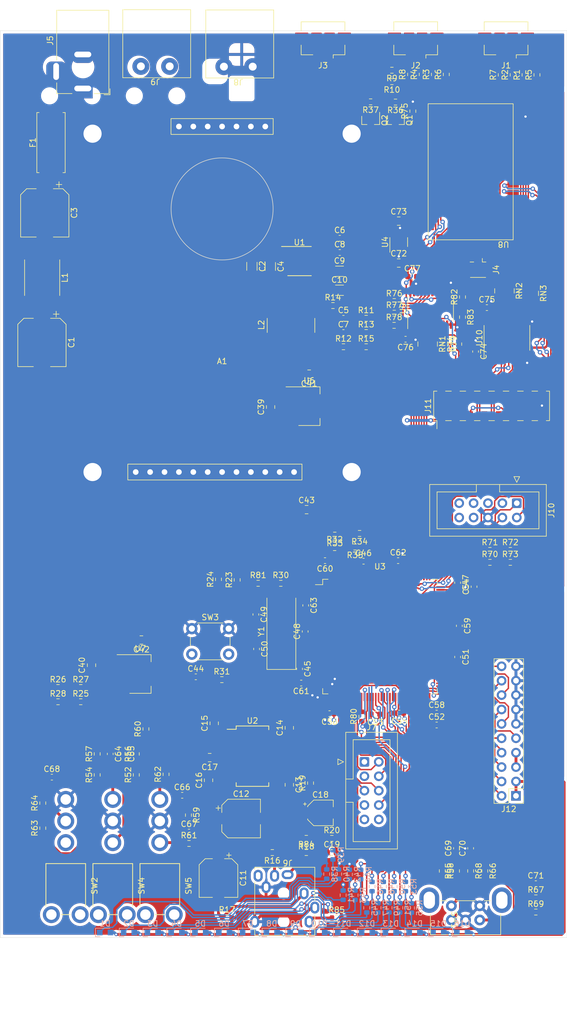
<source format=kicad_pcb>
(kicad_pcb (version 20210228) (generator pcbnew)

  (general
    (thickness 1.6)
  )

  (paper "A4")
  (layers
    (0 "F.Cu" signal)
    (31 "B.Cu" signal)
    (32 "B.Adhes" user "B.Adhesive")
    (33 "F.Adhes" user "F.Adhesive")
    (34 "B.Paste" user)
    (35 "F.Paste" user)
    (36 "B.SilkS" user "B.Silkscreen")
    (37 "F.SilkS" user "F.Silkscreen")
    (38 "B.Mask" user)
    (39 "F.Mask" user)
    (40 "Dwgs.User" user "User.Drawings")
    (41 "Cmts.User" user "User.Comments")
    (42 "Eco1.User" user "User.Eco1")
    (43 "Eco2.User" user "User.Eco2")
    (44 "Edge.Cuts" user)
    (45 "Margin" user)
    (46 "B.CrtYd" user "B.Courtyard")
    (47 "F.CrtYd" user "F.Courtyard")
    (48 "B.Fab" user)
    (49 "F.Fab" user)
  )

  (setup
    (stackup
      (layer "F.SilkS" (type "Top Silk Screen"))
      (layer "F.Paste" (type "Top Solder Paste"))
      (layer "F.Mask" (type "Top Solder Mask") (color "Green") (thickness 0.01))
      (layer "F.Cu" (type "copper") (thickness 0.035))
      (layer "dielectric 1" (type "core") (thickness 1.51) (material "FR4") (epsilon_r 4.5) (loss_tangent 0.02))
      (layer "B.Cu" (type "copper") (thickness 0.035))
      (layer "B.Mask" (type "Bottom Solder Mask") (color "Green") (thickness 0.01))
      (layer "B.Paste" (type "Bottom Solder Paste"))
      (layer "B.SilkS" (type "Bottom Silk Screen"))
      (copper_finish "None")
      (dielectric_constraints no)
    )
    (pad_to_mask_clearance 0)
    (pcbplotparams
      (layerselection 0x00010fc_ffffffff)
      (disableapertmacros false)
      (usegerberextensions false)
      (usegerberattributes true)
      (usegerberadvancedattributes true)
      (creategerberjobfile true)
      (svguseinch false)
      (svgprecision 6)
      (excludeedgelayer true)
      (plotframeref false)
      (viasonmask false)
      (mode 1)
      (useauxorigin false)
      (hpglpennumber 1)
      (hpglpenspeed 20)
      (hpglpendiameter 15.000000)
      (dxfpolygonmode true)
      (dxfimperialunits true)
      (dxfusepcbnewfont true)
      (psnegative false)
      (psa4output false)
      (plotreference true)
      (plotvalue true)
      (plotinvisibletext false)
      (sketchpadsonfab false)
      (subtractmaskfromsilk false)
      (outputformat 1)
      (mirror false)
      (drillshape 1)
      (scaleselection 1)
      (outputdirectory "")
    )
  )


  (net 0 "")
  (net 1 "/Power Supply/19V_ANALOG")
  (net 2 "/Processor/~RST")
  (net 3 "/Processor/GPIO_I2S_WS")
  (net 4 "/Processor/SWCLK")
  (net 5 "/Front/MIC2")
  (net 6 "/Front/MIC1")
  (net 7 "+5V")
  (net 8 "/Processor/GPIO_I2S_SDO")
  (net 9 "/Processor/SWDIO")
  (net 10 "/Front/BT2")
  (net 11 "/Front/BT1")
  (net 12 "GND")
  (net 13 "Net-(R58-Pad2)")
  (net 14 "Net-(R59-Pad2)")
  (net 15 "/Front/PWR")
  (net 16 "Net-(D1-Pad1)")
  (net 17 "Net-(C1-Pad1)")
  (net 18 "/Front/ENC_SW")
  (net 19 "Net-(C5-Pad1)")
  (net 20 "Net-(C6-Pad1)")
  (net 21 "Net-(C7-Pad1)")
  (net 22 "Net-(C7-Pad2)")
  (net 23 "Net-(C8-Pad1)")
  (net 24 "+3.3VA")
  (net 25 "Net-(C11-Pad1)")
  (net 26 "Net-(C11-Pad2)")
  (net 27 "Net-(C12-Pad1)")
  (net 28 "Net-(C12-Pad2)")
  (net 29 "Net-(C13-Pad1)")
  (net 30 "Net-(C18-Pad1)")
  (net 31 "Net-(C18-Pad2)")
  (net 32 "Net-(F1-Pad2)")
  (net 33 "Net-(J1-Pad1)")
  (net 34 "Net-(J1-Pad2)")
  (net 35 "Net-(J1-Pad3)")
  (net 36 "/Processor/GPIO_I2S_SDI")
  (net 37 "Net-(J2-Pad1)")
  (net 38 "Net-(J2-Pad2)")
  (net 39 "Net-(J2-Pad3)")
  (net 40 "/Processor/GPIO_I2S_CK")
  (net 41 "/Front/ENC_A")
  (net 42 "Net-(J3-Pad2)")
  (net 43 "Net-(J3-Pad3)")
  (net 44 "/Front/ENC_B")
  (net 45 "unconnected-(J1-Pad4)")
  (net 46 "/Processor/USB1_DETECT")
  (net 47 "/Processor/USB1_DM")
  (net 48 "/Processor/USB2_DETECT")
  (net 49 "/Processor/USB2_DM")
  (net 50 "/Processor/USB1_DP")
  (net 51 "/Processor/USB2_DP")
  (net 52 "/Bluetooth/USB3_DM")
  (net 53 "/Bluetooth/USB3_DP")
  (net 54 "Net-(R11-Pad1)")
  (net 55 "Net-(R13-Pad1)")
  (net 56 "Net-(R18-Pad2)")
  (net 57 "Net-(R19-Pad2)")
  (net 58 "unconnected-(J2-Pad4)")
  (net 59 "Net-(D2-Pad1)")
  (net 60 "unconnected-(J3-Pad1)")
  (net 61 "/Processor/GPIO_I2S_MCK")
  (net 62 "Net-(J4-Pad1)")
  (net 63 "Net-(R79-Pad1)")
  (net 64 "unconnected-(J3-Pad4)")
  (net 65 "Net-(R25-Pad2)")
  (net 66 "/Processor/GPIO_SPI_MISO")
  (net 67 "/Processor/EXT_READY")
  (net 68 "/Processor/GPIO_SPI_SCK")
  (net 69 "/Processor/GPIO_SPI_~SS")
  (net 70 "unconnected-(J5-Pad3)")
  (net 71 "Net-(R26-Pad2)")
  (net 72 "Net-(D3-Pad1)")
  (net 73 "/Processor/AMP_READY")
  (net 74 "+3V3")
  (net 75 "/Headphone Amplifier/HP_DETECT")
  (net 76 "/Front/FRONT_MOSI")
  (net 77 "/Front/FRONT_RCLK")
  (net 78 "Net-(C49-Pad2)")
  (net 79 "Net-(C50-Pad2)")
  (net 80 "/Bluetooth/SCL_1V8")
  (net 81 "/Front/FRONT_~RST")
  (net 82 "/Front/FRONT_SCLK")
  (net 83 "unconnected-(J7-Pad7)")
  (net 84 "/Front/IR")
  (net 85 "unconnected-(J7-Pad9)")
  (net 86 "unconnected-(J7-Pad10)")
  (net 87 "unconnected-(J10-Pad3)")
  (net 88 "unconnected-(J10-Pad5)")
  (net 89 "unconnected-(J10-Pad7)")
  (net 90 "unconnected-(J10-Pad8)")
  (net 91 "Net-(R27-Pad2)")
  (net 92 "Net-(R28-Pad2)")
  (net 93 "unconnected-(J10-Pad9)")
  (net 94 "unconnected-(J10-Pad10)")
  (net 95 "/Bluetooth/SDO")
  (net 96 "/Bluetooth/SDI")
  (net 97 "/Bluetooth/CK")
  (net 98 "/Bluetooth/WS")
  (net 99 "/Bluetooth/SPI{slash}~PCM")
  (net 100 "/Bluetooth/MFB")
  (net 101 "/Bluetooth/SCL")
  (net 102 "/Bluetooth/SDA")
  (net 103 "/Processor/~SPK_FAULT")
  (net 104 "/Headphone Amplifier/SCL")
  (net 105 "/Headphone Amplifier/SDA")
  (net 106 "Net-(C52-Pad1)")
  (net 107 "/Headphone Amplifier/CK")
  (net 108 "/Headphone Amplifier/WS")
  (net 109 "/Headphone Amplifier/SDO")
  (net 110 "/Front/VOL0")
  (net 111 "/Front/VOL1")
  (net 112 "/Front/VOL2")
  (net 113 "/Front/VOL3")
  (net 114 "/Front/VOL4")
  (net 115 "/Front/VOL5")
  (net 116 "/Front/VOL6")
  (net 117 "/Front/VOL7")
  (net 118 "/Bluetooth/SDA_1V8")
  (net 119 "Net-(C54-Pad1)")
  (net 120 "/Front/VOL8")
  (net 121 "/Front/VOL9")
  (net 122 "/Front/VOL10")
  (net 123 "/Front/VOL11")
  (net 124 "/Front/VOL12")
  (net 125 "/Front/VOL13")
  (net 126 "/Front/VOL14")
  (net 127 "/Front/VOL15")
  (net 128 "/Bluetooth/P18")
  (net 129 "/Bluetooth/P21")
  (net 130 "/Bluetooth/P31")
  (net 131 "/Bluetooth/P8")
  (net 132 "/Bluetooth/P9")
  (net 133 "/Bluetooth/P29")
  (net 134 "/Bluetooth/P30")
  (net 135 "Net-(J11-Pad8)")
  (net 136 "Net-(J11-Pad10)")
  (net 137 "/Headphone Amplifier/SDI")
  (net 138 "/Bluetooth/MFB_")
  (net 139 "Net-(J11-Pad6)")
  (net 140 "Net-(R52-Pad2)")
  (net 141 "Net-(D4-Pad1)")
  (net 142 "Net-(R54-Pad2)")
  (net 143 "Net-(J11-Pad12)")
  (net 144 "Net-(J11-Pad14)")
  (net 145 "unconnected-(SW2-Pad1)")
  (net 146 "unconnected-(U2-Pad2)")
  (net 147 "/Headphone Amplifier/MCLK")
  (net 148 "unconnected-(U2-Pad12)")
  (net 149 "unconnected-(U2-Pad13)")
  (net 150 "unconnected-(U2-Pad19)")
  (net 151 "unconnected-(U2-Pad20)")
  (net 152 "/Processor/GPIO_SPI_MOSI")
  (net 153 "unconnected-(U2-Pad26)")
  (net 154 "unconnected-(U3-Pad8)")
  (net 155 "unconnected-(U3-Pad9)")
  (net 156 "unconnected-(U3-Pad19)")
  (net 157 "/Bluetooth/3V3_BT")
  (net 158 "unconnected-(U3-Pad20)")
  (net 159 "unconnected-(U3-Pad21)")
  (net 160 "unconnected-(U3-Pad22)")
  (net 161 "unconnected-(U3-Pad70)")
  (net 162 "/Bluetooth/1V8_BT")
  (net 163 "/Bluetooth/SDO_3V3")
  (net 164 "unconnected-(U3-Pad77)")
  (net 165 "/Bluetooth/P29_1V8")
  (net 166 "/Bluetooth/P30_1V8")
  (net 167 "/Bluetooth/P18_1V8")
  (net 168 "/Bluetooth/P31_1V8")
  (net 169 "/Bluetooth/P8_1V8")
  (net 170 "/Bluetooth/P9_1V8")
  (net 171 "/Bluetooth/P21_1V8")
  (net 172 "/Bluetooth/SPI{slash}~PCM_1V8")
  (net 173 "/Bluetooth/SDO_1V8")
  (net 174 "unconnected-(U3-Pad78)")
  (net 175 "/Bluetooth/SDI_1V8")
  (net 176 "unconnected-(U3-Pad79)")
  (net 177 "Net-(RN1-Pad1)")
  (net 178 "Net-(RN1-Pad2)")
  (net 179 "Net-(RN1-Pad3)")
  (net 180 "Net-(RN1-Pad4)")
  (net 181 "Net-(RN2-Pad5)")
  (net 182 "Net-(R32-Pad2)")
  (net 183 "Net-(RN2-Pad6)")
  (net 184 "unconnected-(U3-Pad80)")
  (net 185 "unconnected-(U3-Pad81)")
  (net 186 "unconnected-(U3-Pad82)")
  (net 187 "unconnected-(U3-Pad85)")
  (net 188 "/Bluetooth/CK_1V8")
  (net 189 "/Bluetooth/WS_1V8")
  (net 190 "Net-(R60-Pad2)")
  (net 191 "Net-(D5-Pad1)")
  (net 192 "Net-(R63-Pad2)")
  (net 193 "Net-(D6-Pad1)")
  (net 194 "Net-(D7-Pad1)")
  (net 195 "Net-(D8-Pad1)")
  (net 196 "Net-(D9-Pad1)")
  (net 197 "Net-(D10-Pad1)")
  (net 198 "Net-(D11-Pad1)")
  (net 199 "Net-(D12-Pad1)")
  (net 200 "Net-(D13-Pad1)")
  (net 201 "Net-(D14-Pad1)")
  (net 202 "Net-(D15-Pad1)")
  (net 203 "Net-(D16-Pad1)")
  (net 204 "Net-(RN2-Pad7)")
  (net 205 "unconnected-(U3-Pad86)")
  (net 206 "unconnected-(U3-Pad87)")
  (net 207 "unconnected-(U3-Pad88)")
  (net 208 "unconnected-(U3-Pad89)")
  (net 209 "unconnected-(U3-Pad90)")
  (net 210 "unconnected-(U3-Pad91)")
  (net 211 "unconnected-(U3-Pad92)")
  (net 212 "unconnected-(U3-Pad93)")
  (net 213 "unconnected-(U3-Pad97)")
  (net 214 "unconnected-(U3-Pad98)")
  (net 215 "unconnected-(U3-Pad99)")
  (net 216 "unconnected-(U3-Pad100)")
  (net 217 "/Bluetooth/P17")
  (net 218 "/Bluetooth/P16")
  (net 219 "unconnected-(U3-Pad101)")
  (net 220 "/Bluetooth/P6")
  (net 221 "/Bluetooth/P7")
  (net 222 "unconnected-(U3-Pad124)")
  (net 223 "Net-(R66-Pad2)")
  (net 224 "unconnected-(U3-Pad132)")
  (net 225 "Net-(R67-Pad2)")
  (net 226 "unconnected-(U3-Pad133)")
  (net 227 "unconnected-(U3-Pad134)")
  (net 228 "Net-(R30-Pad2)")
  (net 229 "Net-(R80-Pad2)")
  (net 230 "Net-(R82-Pad1)")
  (net 231 "Net-(J6-PadS)")
  (net 232 "Net-(J6-PadR2)")
  (net 233 "Net-(R83-Pad1)")
  (net 234 "unconnected-(U3-Pad135)")
  (net 235 "unconnected-(U3-Pad139)")
  (net 236 "/Processor/~SPK_SD")
  (net 237 "unconnected-(U3-Pad140)")
  (net 238 "unconnected-(U4-Pad4)")
  (net 239 "unconnected-(U8-Pad12)")
  (net 240 "unconnected-(U8-Pad16)")
  (net 241 "unconnected-(U8-Pad17)")
  (net 242 "unconnected-(U8-Pad20)")
  (net 243 "Net-(RN2-Pad8)")
  (net 244 "Net-(RN3-Pad5)")
  (net 245 "unconnected-(U8-Pad24)")
  (net 246 "unconnected-(U8-Pad28)")
  (net 247 "Net-(RN3-Pad6)")
  (net 248 "Net-(RN3-Pad7)")
  (net 249 "Net-(RN3-Pad8)")
  (net 250 "unconnected-(U8-Pad29)")
  (net 251 "unconnected-(U8-Pad30)")
  (net 252 "unconnected-(U8-Pad31)")
  (net 253 "unconnected-(U8-Pad32)")
  (net 254 "unconnected-(U8-Pad33)")
  (net 255 "/Bluetooth/P17_1V8")
  (net 256 "/Bluetooth/P16_1V8")
  (net 257 "/Bluetooth/P7_1V8")
  (net 258 "/Bluetooth/P6_1V8")
  (net 259 "unconnected-(U8-Pad34)")
  (net 260 "unconnected-(U8-Pad35)")
  (net 261 "unconnected-(U8-Pad36)")
  (net 262 "unconnected-(U8-Pad39)")
  (net 263 "unconnected-(U9-Pad9)")
  (net 264 "unconnected-(U9-Pad10)")
  (net 265 "Net-(A1-Pad13)")
  (net 266 "Net-(A1-Pad14)")
  (net 267 "Net-(A1-Pad18)")
  (net 268 "Net-(A1-Pad19)")

  (footprint "Resistor_SMD:R_0603_1608Metric" (layer "F.Cu") (at 137.4 32.725 90))

  (footprint "Resistor_SMD:R_0603_1608Metric" (layer "F.Cu") (at 139.45 32.725 90))

  (footprint "Resistor_SMD:R_0603_1608Metric" (layer "F.Cu") (at 143.7 32.725 90))

  (footprint "Resistor_SMD:R_0603_1608Metric" (layer "F.Cu") (at 157.6 32.8 90))

  (footprint "Connector_USB:USB_Micro-B_Amphenol_10104110_Horizontal" (layer "F.Cu") (at 138.3 27.6 180))

  (footprint "Package_QFP:LQFP-144_20x20mm_P0.5mm" (layer "F.Cu") (at 132 131.9))

  (footprint "Connector_USB:USB_Micro-B_Amphenol_10104110_Horizontal" (layer "F.Cu") (at 121.95 27.6 180))

  (footprint "Resistor_SMD:R_0603_1608Metric" (layer "F.Cu") (at 159.7 32.8 90))

  (footprint "Resistor_SMD:R_0603_1608Metric" (layer "F.Cu") (at 153.4 32.8 90))

  (footprint "Resistor_SMD:R_0603_1608Metric" (layer "F.Cu") (at 134.1 31.98 180))

  (footprint "Resistor_SMD:R_0603_1608Metric" (layer "F.Cu") (at 155.5 32.8 90))

  (footprint "Resistor_SMD:R_0603_1608Metric" (layer "F.Cu") (at 141.6 32.725 90))

  (footprint "Package_SO:SSOP-28_5.3x10.2mm_P0.65mm" (layer "F.Cu") (at 109.5 153))

  (footprint "Package_SO:Diodes_SO-8EP" (layer "F.Cu") (at 117.8025 65.655))

  (footprint "Connector_USB:USB_Micro-B_Amphenol_10104110_Horizontal" (layer "F.Cu") (at 154.25 27.6 180))

  (footprint "Resistor_SMD:R_0603_1608Metric" (layer "F.Cu") (at 134.1 34 180))

  (footprint "Connector_BarrelJack:BarrelJack_Horizontal" (layer "F.Cu") (at 79.5575 35.2 -90))

  (footprint "Capacitor_SMD:C_0805_2012Metric" (layer "F.Cu") (at 116 158.05 -90))

  (footprint "Capacitor_SMD:C_0805_2012Metric" (layer "F.Cu") (at 116 148 90))

  (footprint "Capacitor_SMD:C_0805_2012Metric" (layer "F.Cu") (at 102.75 147.2 90))

  (footprint "Resistor_SMD:R_0603_1608Metric" (layer "F.Cu") (at 113 170 180))

  (footprint "Resistor_SMD:R_0603_1608Metric" (layer "F.Cu") (at 105 181.5))

  (footprint "Capacitor_SMD:C_0805_2012Metric" (layer "F.Cu") (at 101.75 157.25 90))

  (footprint "Capacitor_SMD:C_0805_2012Metric" (layer "F.Cu") (at 101.95 153.25 180))

  (footprint "Capacitor_SMD:C_0603_1608Metric" (layer "F.Cu") (at 125.55 75.75))

  (footprint "Capacitor_SMD:C_0603_1608Metric" (layer "F.Cu") (at 125.55 78.26))

  (footprint "Resistor_SMD:R_0603_1608Metric" (layer "F.Cu") (at 129.56 75.75))

  (footprint "Resistor_SMD:R_0603_1608Metric" (layer "F.Cu") (at 125.55 80.77))

  (footprint "Resistor_SMD:R_0603_1608Metric" (layer "F.Cu") (at 129.56 78.26))

  (footprint "Resistor_SMD:R_0603_1608Metric" (layer "F.Cu") (at 123.7 73.5))

  (footprint "Resistor_SMD:R_0603_1608Metric" (layer "F.Cu") (at 129.56 80.77))

  (footprint "Resistor_SMD:R_0603_1608Metric" (layer "F.Cu") (at 119.75 157.75 90))

  (footprint "Resistor_SMD:R_0603_1608Metric" (layer "F.Cu") (at 123.5 167.5))

  (footprint "Resistor_SMD:R_0603_1608Metric" (layer "F.Cu") (at 119 167.5 180))

  (footprint "Capacitor_SMD:CP_Elec_8x10" (layer "F.Cu") (at 72.35 80.01 -90))

  (footprint "Capacitor_SMD:C_1206_3216Metric" (layer "F.Cu") (at 109.4 66.575 -90))

  (footprint "Capacitor_SMD:CP_Elec_8x10" (layer "F.Cu") (at 72.85 57.15 -90))

  (footprint "Capacitor_SMD:C_1206_3216Metric" (layer "F.Cu") (at 112.65 66.6 -90))

  (footprint "Inductor_SMD:L_Bourns-SRN8040_8x8.15mm" (layer "F.Cu") (at 116.3 77 90))

  (footprint "Capacitor_SMD:C_0603_1608Metric" (layer "F.Cu") (at 123.5 170))

  (footprint "Inductor_SMD:L_Taiyo-Yuden_NR-60xx" (layer "F.Cu")
    (tedit 5D6548AF) (tstamp 00000000-0000-0000-0000-00005fb06924)
    (at 72.39 68.58 -90)
    (descr "Inductor, Taiyo Yuden, NR series, Taiyo-Yuden_NR-60xx, 6.0mmx6.0mm")
    (tags "inductor taiyo-yuden nr smd")
    (property "Mouser" "963-NR6045T1R0N")
    (property "Part Name" "Yaiyo Yuden NR6045T1R0N")
    (property "Sheetfile" "power-supply.kicad_sch")
    (property "Sheetname" "Power Supply")
    (path "/00000000-0000-0000-0000-00005fa5bc7f/00000000-0000-0000-0000-00005faf6d06")
    (attr smd)
    (fp_text reference "L1" (at 0 -4 90) (layer "F.SilkS")
      (effects (font (size 1 1) (thickness 0.15)))
      (tstamp d455c11a-0dc4-4cdf-a4d9-c2e073ccbf38)
    )
    (fp_text value "1uH" (a
... [2198481 chars truncated]
</source>
